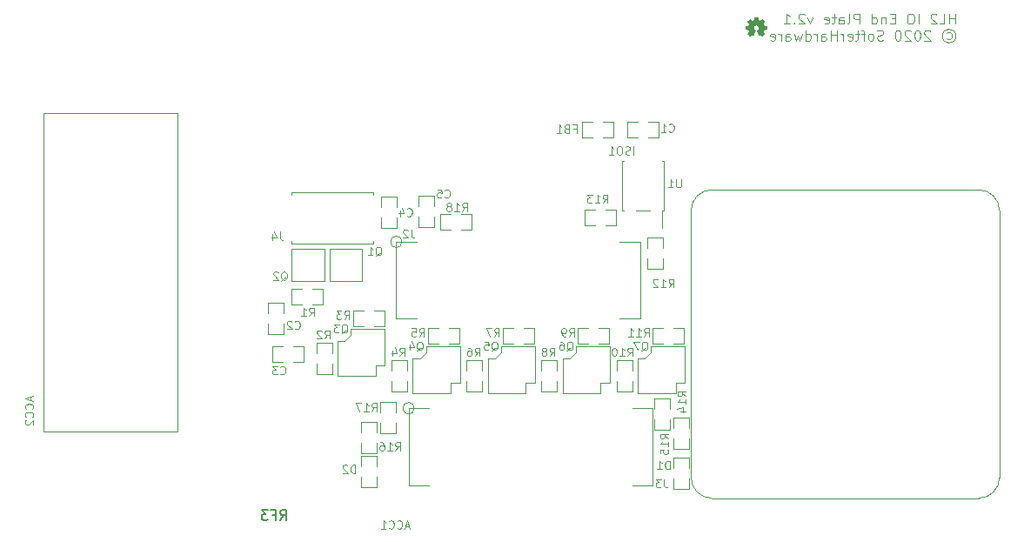
<source format=gbo>
G04 #@! TF.GenerationSoftware,KiCad,Pcbnew,5.1.5-52549c5~84~ubuntu18.04.1*
G04 #@! TF.CreationDate,2020-03-18T22:38:39-07:00*
G04 #@! TF.ProjectId,endcap,656e6463-6170-42e6-9b69-6361645f7063,2.1*
G04 #@! TF.SameCoordinates,PX2faf080PY2faf080*
G04 #@! TF.FileFunction,Legend,Bot*
G04 #@! TF.FilePolarity,Positive*
%FSLAX46Y46*%
G04 Gerber Fmt 4.6, Leading zero omitted, Abs format (unit mm)*
G04 Created by KiCad (PCBNEW 5.1.5-52549c5~84~ubuntu18.04.1) date 2020-03-18 22:38:39*
%MOMM*%
%LPD*%
G04 APERTURE LIST*
%ADD10C,0.120000*%
%ADD11C,0.100000*%
%ADD12C,0.002540*%
%ADD13C,0.150000*%
G04 APERTURE END LIST*
D10*
X95683904Y-3342380D02*
X95683904Y-2342380D01*
X95683904Y-2818571D02*
X95112476Y-2818571D01*
X95112476Y-3342380D02*
X95112476Y-2342380D01*
X94160095Y-3342380D02*
X94636285Y-3342380D01*
X94636285Y-2342380D01*
X93874380Y-2437619D02*
X93826761Y-2390000D01*
X93731523Y-2342380D01*
X93493428Y-2342380D01*
X93398190Y-2390000D01*
X93350571Y-2437619D01*
X93302952Y-2532857D01*
X93302952Y-2628095D01*
X93350571Y-2770952D01*
X93922000Y-3342380D01*
X93302952Y-3342380D01*
X92112476Y-3342380D02*
X92112476Y-2342380D01*
X91445809Y-2342380D02*
X91255333Y-2342380D01*
X91160095Y-2390000D01*
X91064857Y-2485238D01*
X91017238Y-2675714D01*
X91017238Y-3009047D01*
X91064857Y-3199523D01*
X91160095Y-3294761D01*
X91255333Y-3342380D01*
X91445809Y-3342380D01*
X91541047Y-3294761D01*
X91636285Y-3199523D01*
X91683904Y-3009047D01*
X91683904Y-2675714D01*
X91636285Y-2485238D01*
X91541047Y-2390000D01*
X91445809Y-2342380D01*
X89826761Y-2818571D02*
X89493428Y-2818571D01*
X89350571Y-3342380D02*
X89826761Y-3342380D01*
X89826761Y-2342380D01*
X89350571Y-2342380D01*
X88922000Y-2675714D02*
X88922000Y-3342380D01*
X88922000Y-2770952D02*
X88874380Y-2723333D01*
X88779142Y-2675714D01*
X88636285Y-2675714D01*
X88541047Y-2723333D01*
X88493428Y-2818571D01*
X88493428Y-3342380D01*
X87588666Y-3342380D02*
X87588666Y-2342380D01*
X87588666Y-3294761D02*
X87683904Y-3342380D01*
X87874380Y-3342380D01*
X87969619Y-3294761D01*
X88017238Y-3247142D01*
X88064857Y-3151904D01*
X88064857Y-2866190D01*
X88017238Y-2770952D01*
X87969619Y-2723333D01*
X87874380Y-2675714D01*
X87683904Y-2675714D01*
X87588666Y-2723333D01*
X86350571Y-3342380D02*
X86350571Y-2342380D01*
X85969619Y-2342380D01*
X85874380Y-2390000D01*
X85826761Y-2437619D01*
X85779142Y-2532857D01*
X85779142Y-2675714D01*
X85826761Y-2770952D01*
X85874380Y-2818571D01*
X85969619Y-2866190D01*
X86350571Y-2866190D01*
X85207714Y-3342380D02*
X85302952Y-3294761D01*
X85350571Y-3199523D01*
X85350571Y-2342380D01*
X84398190Y-3342380D02*
X84398190Y-2818571D01*
X84445809Y-2723333D01*
X84541047Y-2675714D01*
X84731523Y-2675714D01*
X84826761Y-2723333D01*
X84398190Y-3294761D02*
X84493428Y-3342380D01*
X84731523Y-3342380D01*
X84826761Y-3294761D01*
X84874380Y-3199523D01*
X84874380Y-3104285D01*
X84826761Y-3009047D01*
X84731523Y-2961428D01*
X84493428Y-2961428D01*
X84398190Y-2913809D01*
X84064857Y-2675714D02*
X83683904Y-2675714D01*
X83922000Y-2342380D02*
X83922000Y-3199523D01*
X83874380Y-3294761D01*
X83779142Y-3342380D01*
X83683904Y-3342380D01*
X82969619Y-3294761D02*
X83064857Y-3342380D01*
X83255333Y-3342380D01*
X83350571Y-3294761D01*
X83398190Y-3199523D01*
X83398190Y-2818571D01*
X83350571Y-2723333D01*
X83255333Y-2675714D01*
X83064857Y-2675714D01*
X82969619Y-2723333D01*
X82922000Y-2818571D01*
X82922000Y-2913809D01*
X83398190Y-3009047D01*
X81826761Y-2675714D02*
X81588666Y-3342380D01*
X81350571Y-2675714D01*
X81017238Y-2437619D02*
X80969619Y-2390000D01*
X80874380Y-2342380D01*
X80636285Y-2342380D01*
X80541047Y-2390000D01*
X80493428Y-2437619D01*
X80445809Y-2532857D01*
X80445809Y-2628095D01*
X80493428Y-2770952D01*
X81064857Y-3342380D01*
X80445809Y-3342380D01*
X80017238Y-3247142D02*
X79969619Y-3294761D01*
X80017238Y-3342380D01*
X80064857Y-3294761D01*
X80017238Y-3247142D01*
X80017238Y-3342380D01*
X79017238Y-3342380D02*
X79588666Y-3342380D01*
X79302952Y-3342380D02*
X79302952Y-2342380D01*
X79398190Y-2485238D01*
X79493428Y-2580476D01*
X79588666Y-2628095D01*
X94874380Y-4200476D02*
X94969619Y-4152857D01*
X95160095Y-4152857D01*
X95255333Y-4200476D01*
X95350571Y-4295714D01*
X95398190Y-4390952D01*
X95398190Y-4581428D01*
X95350571Y-4676666D01*
X95255333Y-4771904D01*
X95160095Y-4819523D01*
X94969619Y-4819523D01*
X94874380Y-4771904D01*
X95064857Y-3819523D02*
X95302952Y-3867142D01*
X95541047Y-4010000D01*
X95683904Y-4248095D01*
X95731523Y-4486190D01*
X95683904Y-4724285D01*
X95541047Y-4962380D01*
X95302952Y-5105238D01*
X95064857Y-5152857D01*
X94826761Y-5105238D01*
X94588666Y-4962380D01*
X94445809Y-4724285D01*
X94398190Y-4486190D01*
X94445809Y-4248095D01*
X94588666Y-4010000D01*
X94826761Y-3867142D01*
X95064857Y-3819523D01*
X93255333Y-4057619D02*
X93207714Y-4010000D01*
X93112476Y-3962380D01*
X92874380Y-3962380D01*
X92779142Y-4010000D01*
X92731523Y-4057619D01*
X92683904Y-4152857D01*
X92683904Y-4248095D01*
X92731523Y-4390952D01*
X93302952Y-4962380D01*
X92683904Y-4962380D01*
X92064857Y-3962380D02*
X91969619Y-3962380D01*
X91874380Y-4010000D01*
X91826761Y-4057619D01*
X91779142Y-4152857D01*
X91731523Y-4343333D01*
X91731523Y-4581428D01*
X91779142Y-4771904D01*
X91826761Y-4867142D01*
X91874380Y-4914761D01*
X91969619Y-4962380D01*
X92064857Y-4962380D01*
X92160095Y-4914761D01*
X92207714Y-4867142D01*
X92255333Y-4771904D01*
X92302952Y-4581428D01*
X92302952Y-4343333D01*
X92255333Y-4152857D01*
X92207714Y-4057619D01*
X92160095Y-4010000D01*
X92064857Y-3962380D01*
X91350571Y-4057619D02*
X91302952Y-4010000D01*
X91207714Y-3962380D01*
X90969619Y-3962380D01*
X90874380Y-4010000D01*
X90826761Y-4057619D01*
X90779142Y-4152857D01*
X90779142Y-4248095D01*
X90826761Y-4390952D01*
X91398190Y-4962380D01*
X90779142Y-4962380D01*
X90160095Y-3962380D02*
X90064857Y-3962380D01*
X89969619Y-4010000D01*
X89922000Y-4057619D01*
X89874380Y-4152857D01*
X89826761Y-4343333D01*
X89826761Y-4581428D01*
X89874380Y-4771904D01*
X89922000Y-4867142D01*
X89969619Y-4914761D01*
X90064857Y-4962380D01*
X90160095Y-4962380D01*
X90255333Y-4914761D01*
X90302952Y-4867142D01*
X90350571Y-4771904D01*
X90398190Y-4581428D01*
X90398190Y-4343333D01*
X90350571Y-4152857D01*
X90302952Y-4057619D01*
X90255333Y-4010000D01*
X90160095Y-3962380D01*
X88683904Y-4914761D02*
X88541047Y-4962380D01*
X88302952Y-4962380D01*
X88207714Y-4914761D01*
X88160095Y-4867142D01*
X88112476Y-4771904D01*
X88112476Y-4676666D01*
X88160095Y-4581428D01*
X88207714Y-4533809D01*
X88302952Y-4486190D01*
X88493428Y-4438571D01*
X88588666Y-4390952D01*
X88636285Y-4343333D01*
X88683904Y-4248095D01*
X88683904Y-4152857D01*
X88636285Y-4057619D01*
X88588666Y-4010000D01*
X88493428Y-3962380D01*
X88255333Y-3962380D01*
X88112476Y-4010000D01*
X87541047Y-4962380D02*
X87636285Y-4914761D01*
X87683904Y-4867142D01*
X87731523Y-4771904D01*
X87731523Y-4486190D01*
X87683904Y-4390952D01*
X87636285Y-4343333D01*
X87541047Y-4295714D01*
X87398190Y-4295714D01*
X87302952Y-4343333D01*
X87255333Y-4390952D01*
X87207714Y-4486190D01*
X87207714Y-4771904D01*
X87255333Y-4867142D01*
X87302952Y-4914761D01*
X87398190Y-4962380D01*
X87541047Y-4962380D01*
X86922000Y-4295714D02*
X86541047Y-4295714D01*
X86779142Y-4962380D02*
X86779142Y-4105238D01*
X86731523Y-4010000D01*
X86636285Y-3962380D01*
X86541047Y-3962380D01*
X86350571Y-4295714D02*
X85969619Y-4295714D01*
X86207714Y-3962380D02*
X86207714Y-4819523D01*
X86160095Y-4914761D01*
X86064857Y-4962380D01*
X85969619Y-4962380D01*
X85255333Y-4914761D02*
X85350571Y-4962380D01*
X85541047Y-4962380D01*
X85636285Y-4914761D01*
X85683904Y-4819523D01*
X85683904Y-4438571D01*
X85636285Y-4343333D01*
X85541047Y-4295714D01*
X85350571Y-4295714D01*
X85255333Y-4343333D01*
X85207714Y-4438571D01*
X85207714Y-4533809D01*
X85683904Y-4629047D01*
X84779142Y-4962380D02*
X84779142Y-4295714D01*
X84779142Y-4486190D02*
X84731523Y-4390952D01*
X84683904Y-4343333D01*
X84588666Y-4295714D01*
X84493428Y-4295714D01*
X84160095Y-4962380D02*
X84160095Y-3962380D01*
X84160095Y-4438571D02*
X83588666Y-4438571D01*
X83588666Y-4962380D02*
X83588666Y-3962380D01*
X82683904Y-4962380D02*
X82683904Y-4438571D01*
X82731523Y-4343333D01*
X82826761Y-4295714D01*
X83017238Y-4295714D01*
X83112476Y-4343333D01*
X82683904Y-4914761D02*
X82779142Y-4962380D01*
X83017238Y-4962380D01*
X83112476Y-4914761D01*
X83160095Y-4819523D01*
X83160095Y-4724285D01*
X83112476Y-4629047D01*
X83017238Y-4581428D01*
X82779142Y-4581428D01*
X82683904Y-4533809D01*
X82207714Y-4962380D02*
X82207714Y-4295714D01*
X82207714Y-4486190D02*
X82160095Y-4390952D01*
X82112476Y-4343333D01*
X82017238Y-4295714D01*
X81922000Y-4295714D01*
X81160095Y-4962380D02*
X81160095Y-3962380D01*
X81160095Y-4914761D02*
X81255333Y-4962380D01*
X81445809Y-4962380D01*
X81541047Y-4914761D01*
X81588666Y-4867142D01*
X81636285Y-4771904D01*
X81636285Y-4486190D01*
X81588666Y-4390952D01*
X81541047Y-4343333D01*
X81445809Y-4295714D01*
X81255333Y-4295714D01*
X81160095Y-4343333D01*
X80779142Y-4295714D02*
X80588666Y-4962380D01*
X80398190Y-4486190D01*
X80207714Y-4962380D01*
X80017238Y-4295714D01*
X79207714Y-4962380D02*
X79207714Y-4438571D01*
X79255333Y-4343333D01*
X79350571Y-4295714D01*
X79541047Y-4295714D01*
X79636285Y-4343333D01*
X79207714Y-4914761D02*
X79302952Y-4962380D01*
X79541047Y-4962380D01*
X79636285Y-4914761D01*
X79683904Y-4819523D01*
X79683904Y-4724285D01*
X79636285Y-4629047D01*
X79541047Y-4581428D01*
X79302952Y-4581428D01*
X79207714Y-4533809D01*
X78731523Y-4962380D02*
X78731523Y-4295714D01*
X78731523Y-4486190D02*
X78683904Y-4390952D01*
X78636285Y-4343333D01*
X78541047Y-4295714D01*
X78445809Y-4295714D01*
X77731523Y-4914761D02*
X77826761Y-4962380D01*
X78017238Y-4962380D01*
X78112476Y-4914761D01*
X78160095Y-4819523D01*
X78160095Y-4438571D01*
X78112476Y-4343333D01*
X78017238Y-4295714D01*
X77826761Y-4295714D01*
X77731523Y-4343333D01*
X77683904Y-4438571D01*
X77683904Y-4533809D01*
X78160095Y-4629047D01*
D11*
X60392000Y-12838000D02*
X59376000Y-12838000D01*
X59376000Y-12838000D02*
X59376000Y-14362000D01*
X59376000Y-14362000D02*
X60392000Y-14362000D01*
X61408000Y-14362000D02*
X62424000Y-14362000D01*
X62424000Y-14362000D02*
X62424000Y-12838000D01*
X62424000Y-12838000D02*
X61408000Y-12838000D01*
X20000000Y-43000000D02*
X20000000Y-12000000D01*
X20000000Y-12000000D02*
X7000000Y-12000000D01*
X7000000Y-12000000D02*
X7000000Y-43000000D01*
X7000000Y-43000000D02*
X20000000Y-43000000D01*
X41859017Y-24550000D02*
G75*
G03X41859017Y-24550000I-559017J0D01*
G01*
X65050000Y-32050000D02*
X63050000Y-32050000D01*
X65050000Y-24550000D02*
X65050000Y-32050000D01*
X63050000Y-24550000D02*
X65050000Y-24550000D01*
X41300000Y-32050000D02*
X43300000Y-32050000D01*
X41300000Y-24550000D02*
X41300000Y-32050000D01*
X43300000Y-24550000D02*
X41300000Y-24550000D01*
X43059017Y-40750000D02*
G75*
G03X43059017Y-40750000I-559017J0D01*
G01*
X66250000Y-48250000D02*
X64250000Y-48250000D01*
X66250000Y-40750000D02*
X66250000Y-48250000D01*
X64250000Y-40750000D02*
X66250000Y-40750000D01*
X42500000Y-48250000D02*
X44500000Y-48250000D01*
X42500000Y-40750000D02*
X42500000Y-48250000D01*
X44500000Y-40750000D02*
X42500000Y-40750000D01*
X36300000Y-34200000D02*
X35600000Y-34200000D01*
X36900000Y-33600000D02*
X36300000Y-34200000D01*
X36900000Y-33000000D02*
X36900000Y-33600000D01*
X40200000Y-33000000D02*
X36900000Y-33000000D01*
X40200000Y-36600000D02*
X40200000Y-33000000D01*
X39300000Y-36600000D02*
X40200000Y-36600000D01*
X39300000Y-37600000D02*
X39300000Y-36600000D01*
X35600000Y-37600000D02*
X39300000Y-37600000D01*
X35600000Y-34200000D02*
X35600000Y-37600000D01*
X42900000Y-35900000D02*
X42900000Y-39300000D01*
X42900000Y-39300000D02*
X46600000Y-39300000D01*
X46600000Y-39300000D02*
X46600000Y-38300000D01*
X46600000Y-38300000D02*
X47500000Y-38300000D01*
X47500000Y-38300000D02*
X47500000Y-34700000D01*
X47500000Y-34700000D02*
X44200000Y-34700000D01*
X44200000Y-34700000D02*
X44200000Y-35300000D01*
X44200000Y-35300000D02*
X43600000Y-35900000D01*
X43600000Y-35900000D02*
X42900000Y-35900000D01*
X50200000Y-35900000D02*
X50200000Y-39300000D01*
X50200000Y-39300000D02*
X53900000Y-39300000D01*
X53900000Y-39300000D02*
X53900000Y-38300000D01*
X53900000Y-38300000D02*
X54800000Y-38300000D01*
X54800000Y-38300000D02*
X54800000Y-34700000D01*
X54800000Y-34700000D02*
X51500000Y-34700000D01*
X51500000Y-34700000D02*
X51500000Y-35300000D01*
X51500000Y-35300000D02*
X50900000Y-35900000D01*
X50900000Y-35900000D02*
X50200000Y-35900000D01*
X58200000Y-35900000D02*
X57500000Y-35900000D01*
X58800000Y-35300000D02*
X58200000Y-35900000D01*
X58800000Y-34700000D02*
X58800000Y-35300000D01*
X62100000Y-34700000D02*
X58800000Y-34700000D01*
X62100000Y-38300000D02*
X62100000Y-34700000D01*
X61200000Y-38300000D02*
X62100000Y-38300000D01*
X61200000Y-39300000D02*
X61200000Y-38300000D01*
X57500000Y-39300000D02*
X61200000Y-39300000D01*
X57500000Y-35900000D02*
X57500000Y-39300000D01*
X64800000Y-35900000D02*
X64800000Y-39300000D01*
X64800000Y-39300000D02*
X68500000Y-39300000D01*
X68500000Y-39300000D02*
X68500000Y-38300000D01*
X68500000Y-38300000D02*
X69400000Y-38300000D01*
X69400000Y-38300000D02*
X69400000Y-34700000D01*
X69400000Y-34700000D02*
X66100000Y-34700000D01*
X66100000Y-34700000D02*
X66100000Y-35300000D01*
X66100000Y-35300000D02*
X65500000Y-35900000D01*
X65500000Y-35900000D02*
X64800000Y-35900000D01*
X33538000Y-36408000D02*
X33538000Y-37424000D01*
X33538000Y-37424000D02*
X35062000Y-37424000D01*
X35062000Y-37424000D02*
X35062000Y-36408000D01*
X35062000Y-35392000D02*
X35062000Y-34376000D01*
X35062000Y-34376000D02*
X33538000Y-34376000D01*
X33538000Y-34376000D02*
X33538000Y-35392000D01*
X40124000Y-31238000D02*
X39108000Y-31238000D01*
X40124000Y-32762000D02*
X40124000Y-31238000D01*
X39108000Y-32762000D02*
X40124000Y-32762000D01*
X37076000Y-32762000D02*
X38092000Y-32762000D01*
X37076000Y-31238000D02*
X37076000Y-32762000D01*
X38092000Y-31238000D02*
X37076000Y-31238000D01*
X40838000Y-38108000D02*
X40838000Y-39124000D01*
X40838000Y-39124000D02*
X42362000Y-39124000D01*
X42362000Y-39124000D02*
X42362000Y-38108000D01*
X42362000Y-37092000D02*
X42362000Y-36076000D01*
X42362000Y-36076000D02*
X40838000Y-36076000D01*
X40838000Y-36076000D02*
X40838000Y-37092000D01*
X47424000Y-32938000D02*
X46408000Y-32938000D01*
X47424000Y-34462000D02*
X47424000Y-32938000D01*
X46408000Y-34462000D02*
X47424000Y-34462000D01*
X44376000Y-34462000D02*
X45392000Y-34462000D01*
X44376000Y-32938000D02*
X44376000Y-34462000D01*
X45392000Y-32938000D02*
X44376000Y-32938000D01*
X48138000Y-38108000D02*
X48138000Y-39124000D01*
X48138000Y-39124000D02*
X49662000Y-39124000D01*
X49662000Y-39124000D02*
X49662000Y-38108000D01*
X49662000Y-37092000D02*
X49662000Y-36076000D01*
X49662000Y-36076000D02*
X48138000Y-36076000D01*
X48138000Y-36076000D02*
X48138000Y-37092000D01*
X54724000Y-32938000D02*
X53708000Y-32938000D01*
X54724000Y-34462000D02*
X54724000Y-32938000D01*
X53708000Y-34462000D02*
X54724000Y-34462000D01*
X51676000Y-34462000D02*
X52692000Y-34462000D01*
X51676000Y-32938000D02*
X51676000Y-34462000D01*
X52692000Y-32938000D02*
X51676000Y-32938000D01*
X55438000Y-38108000D02*
X55438000Y-39124000D01*
X55438000Y-39124000D02*
X56962000Y-39124000D01*
X56962000Y-39124000D02*
X56962000Y-38108000D01*
X56962000Y-37092000D02*
X56962000Y-36076000D01*
X56962000Y-36076000D02*
X55438000Y-36076000D01*
X55438000Y-36076000D02*
X55438000Y-37092000D01*
X62024000Y-32938000D02*
X61008000Y-32938000D01*
X62024000Y-34462000D02*
X62024000Y-32938000D01*
X61008000Y-34462000D02*
X62024000Y-34462000D01*
X58976000Y-34462000D02*
X59992000Y-34462000D01*
X58976000Y-32938000D02*
X58976000Y-34462000D01*
X59992000Y-32938000D02*
X58976000Y-32938000D01*
X62738000Y-38108000D02*
X62738000Y-39124000D01*
X62738000Y-39124000D02*
X64262000Y-39124000D01*
X64262000Y-39124000D02*
X64262000Y-38108000D01*
X64262000Y-37092000D02*
X64262000Y-36076000D01*
X64262000Y-36076000D02*
X62738000Y-36076000D01*
X62738000Y-36076000D02*
X62738000Y-37092000D01*
X69324000Y-32938000D02*
X68308000Y-32938000D01*
X69324000Y-34462000D02*
X69324000Y-32938000D01*
X68308000Y-34462000D02*
X69324000Y-34462000D01*
X66276000Y-34462000D02*
X67292000Y-34462000D01*
X66276000Y-32938000D02*
X66276000Y-34462000D01*
X67292000Y-32938000D02*
X66276000Y-32938000D01*
X65808000Y-14362000D02*
X66824000Y-14362000D01*
X66824000Y-14362000D02*
X66824000Y-12838000D01*
X66824000Y-12838000D02*
X65808000Y-12838000D01*
X64792000Y-12838000D02*
X63776000Y-12838000D01*
X63776000Y-12838000D02*
X63776000Y-14362000D01*
X63776000Y-14362000D02*
X64792000Y-14362000D01*
X31308000Y-36262000D02*
X32324000Y-36262000D01*
X32324000Y-36262000D02*
X32324000Y-34738000D01*
X32324000Y-34738000D02*
X31308000Y-34738000D01*
X30292000Y-34738000D02*
X29276000Y-34738000D01*
X29276000Y-34738000D02*
X29276000Y-36262000D01*
X29276000Y-36262000D02*
X30292000Y-36262000D01*
X67262000Y-25192000D02*
X67262000Y-24176000D01*
X67262000Y-24176000D02*
X65738000Y-24176000D01*
X65738000Y-24176000D02*
X65738000Y-25192000D01*
X65738000Y-26208000D02*
X65738000Y-27224000D01*
X65738000Y-27224000D02*
X67262000Y-27224000D01*
X67262000Y-27224000D02*
X67262000Y-26208000D01*
X59676000Y-22962000D02*
X60692000Y-22962000D01*
X59676000Y-21438000D02*
X59676000Y-22962000D01*
X60692000Y-21438000D02*
X59676000Y-21438000D01*
X62724000Y-21438000D02*
X61708000Y-21438000D01*
X62724000Y-22962000D02*
X62724000Y-21438000D01*
X61708000Y-22962000D02*
X62724000Y-22962000D01*
D10*
X67150000Y-21500000D02*
X67150000Y-23200000D01*
X64650000Y-21500000D02*
X65950000Y-21500000D01*
X63450000Y-16700000D02*
X63300000Y-16700000D01*
X63300000Y-16700000D02*
X63300000Y-21500000D01*
X63300000Y-21500000D02*
X63450000Y-21500000D01*
X67150000Y-21500000D02*
X67300000Y-21500000D01*
X67300000Y-21500000D02*
X67300000Y-16700000D01*
X67300000Y-16700000D02*
X67150000Y-16700000D01*
D11*
X70000000Y-47500000D02*
G75*
G03X72000000Y-49500000I2000000J0D01*
G01*
X72000000Y-19500000D02*
G75*
G03X70000000Y-21500000I0J-2000000D01*
G01*
X100000000Y-21500000D02*
G75*
G03X98000000Y-19500000I-2000000J0D01*
G01*
X98000000Y-49500000D02*
G75*
G03X100000000Y-47500000I0J2000000D01*
G01*
X98000000Y-49500000D02*
X72000000Y-49500000D01*
X100000000Y-21500000D02*
X100000000Y-47500000D01*
X72000000Y-19500000D02*
X98000000Y-19500000D01*
X70000000Y-47500000D02*
X70000000Y-21500000D01*
X28838000Y-32508000D02*
X28838000Y-33524000D01*
X28838000Y-33524000D02*
X30362000Y-33524000D01*
X30362000Y-33524000D02*
X30362000Y-32508000D01*
X30362000Y-31492000D02*
X30362000Y-30476000D01*
X30362000Y-30476000D02*
X28838000Y-30476000D01*
X28838000Y-30476000D02*
X28838000Y-31492000D01*
X31100000Y-24500000D02*
X31100000Y-24750000D01*
X31100000Y-24750000D02*
X39100000Y-24750000D01*
X39100000Y-24750000D02*
X39100000Y-24500000D01*
X31100000Y-20000000D02*
X31100000Y-19750000D01*
X31100000Y-19750000D02*
X39100000Y-19750000D01*
X39100000Y-19750000D02*
X39100000Y-20000000D01*
X34800000Y-28400000D02*
X34800000Y-25200000D01*
X34800000Y-25200000D02*
X38000000Y-25200000D01*
X38000000Y-25200000D02*
X38000000Y-28400000D01*
X38000000Y-28400000D02*
X34800000Y-28400000D01*
X31100000Y-28400000D02*
X31100000Y-25200000D01*
X34300000Y-28400000D02*
X31100000Y-28400000D01*
X34300000Y-25200000D02*
X34300000Y-28400000D01*
X31100000Y-25200000D02*
X34300000Y-25200000D01*
X34124000Y-29138000D02*
X33108000Y-29138000D01*
X34124000Y-30662000D02*
X34124000Y-29138000D01*
X33108000Y-30662000D02*
X34124000Y-30662000D01*
X31076000Y-30662000D02*
X32092000Y-30662000D01*
X31076000Y-29138000D02*
X31076000Y-30662000D01*
X32092000Y-29138000D02*
X31076000Y-29138000D01*
X41362000Y-21192000D02*
X41362000Y-20176000D01*
X41362000Y-20176000D02*
X39838000Y-20176000D01*
X39838000Y-20176000D02*
X39838000Y-21192000D01*
X39838000Y-22208000D02*
X39838000Y-23224000D01*
X39838000Y-23224000D02*
X41362000Y-23224000D01*
X41362000Y-23224000D02*
X41362000Y-22208000D01*
X69762000Y-46592000D02*
X69762000Y-45576000D01*
X69762000Y-45576000D02*
X68238000Y-45576000D01*
X68238000Y-45576000D02*
X68238000Y-46592000D01*
X68238000Y-47608000D02*
X68238000Y-48624000D01*
X68238000Y-48624000D02*
X69762000Y-48624000D01*
X69762000Y-48624000D02*
X69762000Y-47608000D01*
X39362000Y-48424000D02*
X39362000Y-47408000D01*
X37838000Y-48424000D02*
X39362000Y-48424000D01*
X37838000Y-47408000D02*
X37838000Y-48424000D01*
X37838000Y-45376000D02*
X37838000Y-46392000D01*
X39362000Y-45376000D02*
X37838000Y-45376000D01*
X39362000Y-46392000D02*
X39362000Y-45376000D01*
X67962000Y-40792000D02*
X67962000Y-39776000D01*
X67962000Y-39776000D02*
X66438000Y-39776000D01*
X66438000Y-39776000D02*
X66438000Y-40792000D01*
X66438000Y-41808000D02*
X66438000Y-42824000D01*
X66438000Y-42824000D02*
X67962000Y-42824000D01*
X67962000Y-42824000D02*
X67962000Y-41808000D01*
X68238000Y-41676000D02*
X68238000Y-42692000D01*
X69762000Y-41676000D02*
X68238000Y-41676000D01*
X69762000Y-42692000D02*
X69762000Y-41676000D01*
X69762000Y-44724000D02*
X69762000Y-43708000D01*
X68238000Y-44724000D02*
X69762000Y-44724000D01*
X68238000Y-43708000D02*
X68238000Y-44724000D01*
X39362000Y-45124000D02*
X39362000Y-44108000D01*
X37838000Y-45124000D02*
X39362000Y-45124000D01*
X37838000Y-44108000D02*
X37838000Y-45124000D01*
X37838000Y-42076000D02*
X37838000Y-43092000D01*
X39362000Y-42076000D02*
X37838000Y-42076000D01*
X39362000Y-43092000D02*
X39362000Y-42076000D01*
X39738000Y-42208000D02*
X39738000Y-43224000D01*
X39738000Y-43224000D02*
X41262000Y-43224000D01*
X41262000Y-43224000D02*
X41262000Y-42208000D01*
X41262000Y-41192000D02*
X41262000Y-40176000D01*
X41262000Y-40176000D02*
X39738000Y-40176000D01*
X39738000Y-40176000D02*
X39738000Y-41192000D01*
D12*
G36*
X75695480Y-4496620D02*
G01*
X75705640Y-4491540D01*
X75728500Y-4476300D01*
X75761520Y-4455980D01*
X75802160Y-4428040D01*
X75840260Y-4402640D01*
X75873280Y-4379780D01*
X75896140Y-4364540D01*
X75906300Y-4359460D01*
X75911380Y-4362000D01*
X75929160Y-4372160D01*
X75957100Y-4384860D01*
X75972340Y-4392480D01*
X75997740Y-4405180D01*
X76010440Y-4407720D01*
X76012980Y-4402640D01*
X76023140Y-4384860D01*
X76035840Y-4351840D01*
X76056160Y-4308660D01*
X76076480Y-4257860D01*
X76099340Y-4201980D01*
X76122200Y-4146100D01*
X76145060Y-4092760D01*
X76165380Y-4044500D01*
X76180620Y-4006400D01*
X76190780Y-3978460D01*
X76195860Y-3968300D01*
X76193320Y-3965760D01*
X76180620Y-3953060D01*
X76160300Y-3937820D01*
X76112040Y-3897180D01*
X76066320Y-3838760D01*
X76035840Y-3772720D01*
X76028220Y-3699060D01*
X76035840Y-3633020D01*
X76061240Y-3569520D01*
X76106960Y-3508560D01*
X76162840Y-3465380D01*
X76228880Y-3437440D01*
X76300000Y-3429820D01*
X76368580Y-3437440D01*
X76434620Y-3462840D01*
X76495580Y-3508560D01*
X76518440Y-3536500D01*
X76554000Y-3597460D01*
X76574320Y-3658420D01*
X76574320Y-3673660D01*
X76571780Y-3744780D01*
X76551460Y-3813360D01*
X76515900Y-3871780D01*
X76462560Y-3922580D01*
X76457480Y-3927660D01*
X76432080Y-3945440D01*
X76416840Y-3955600D01*
X76404140Y-3965760D01*
X76493040Y-4181660D01*
X76508280Y-4217220D01*
X76533680Y-4275640D01*
X76554000Y-4326440D01*
X76571780Y-4367080D01*
X76584480Y-4392480D01*
X76589560Y-4405180D01*
X76597180Y-4405180D01*
X76612420Y-4400100D01*
X76642900Y-4384860D01*
X76663220Y-4374700D01*
X76686080Y-4364540D01*
X76696240Y-4359460D01*
X76706400Y-4364540D01*
X76726720Y-4379780D01*
X76759740Y-4400100D01*
X76797840Y-4425500D01*
X76833400Y-4450900D01*
X76868960Y-4473760D01*
X76891820Y-4489000D01*
X76904520Y-4496620D01*
X76907060Y-4496620D01*
X76917220Y-4489000D01*
X76937540Y-4473760D01*
X76965480Y-4445820D01*
X77006120Y-4405180D01*
X77013740Y-4400100D01*
X77046760Y-4364540D01*
X77074700Y-4334060D01*
X77095020Y-4313740D01*
X77100100Y-4306120D01*
X77095020Y-4293420D01*
X77079780Y-4268020D01*
X77056920Y-4235000D01*
X77028980Y-4194360D01*
X76957860Y-4090220D01*
X76998500Y-3993700D01*
X77008660Y-3963220D01*
X77023900Y-3927660D01*
X77036600Y-3902260D01*
X77041680Y-3889560D01*
X77051840Y-3887020D01*
X77079780Y-3879400D01*
X77117880Y-3871780D01*
X77163600Y-3864160D01*
X77209320Y-3854000D01*
X77247420Y-3846380D01*
X77277900Y-3841300D01*
X77290600Y-3838760D01*
X77293140Y-3836220D01*
X77295680Y-3831140D01*
X77298220Y-3818440D01*
X77298220Y-3793040D01*
X77298220Y-3754940D01*
X77298220Y-3699060D01*
X77298220Y-3693980D01*
X77298220Y-3640640D01*
X77298220Y-3600000D01*
X77295680Y-3574600D01*
X77293140Y-3564440D01*
X77280440Y-3559360D01*
X77252500Y-3554280D01*
X77214400Y-3546660D01*
X77166140Y-3536500D01*
X77163600Y-3536500D01*
X77115340Y-3528880D01*
X77077240Y-3518720D01*
X77049300Y-3513640D01*
X77036600Y-3508560D01*
X77034060Y-3506020D01*
X77023900Y-3488240D01*
X77011200Y-3457760D01*
X76995960Y-3422200D01*
X76980720Y-3386640D01*
X76965480Y-3351080D01*
X76957860Y-3328220D01*
X76955320Y-3315520D01*
X76962940Y-3305360D01*
X76978180Y-3279960D01*
X77001040Y-3246940D01*
X77028980Y-3206300D01*
X77031520Y-3201220D01*
X77059460Y-3163120D01*
X77079780Y-3127560D01*
X77095020Y-3104700D01*
X77100100Y-3094540D01*
X77100100Y-3092000D01*
X77092480Y-3081840D01*
X77072160Y-3058980D01*
X77041680Y-3028500D01*
X77006120Y-2992940D01*
X76995960Y-2982780D01*
X76957860Y-2944680D01*
X76929920Y-2919280D01*
X76912140Y-2906580D01*
X76904520Y-2901500D01*
X76904520Y-2904040D01*
X76891820Y-2909120D01*
X76866420Y-2926900D01*
X76833400Y-2949760D01*
X76792760Y-2977700D01*
X76790220Y-2980240D01*
X76749580Y-3005640D01*
X76716560Y-3028500D01*
X76693700Y-3043740D01*
X76683540Y-3051360D01*
X76681000Y-3051360D01*
X76665760Y-3046280D01*
X76635280Y-3036120D01*
X76602260Y-3023420D01*
X76564160Y-3008180D01*
X76531140Y-2992940D01*
X76505740Y-2982780D01*
X76493040Y-2975160D01*
X76487960Y-2959920D01*
X76482880Y-2929440D01*
X76472720Y-2888800D01*
X76465100Y-2840540D01*
X76462560Y-2832920D01*
X76454940Y-2784660D01*
X76447320Y-2746560D01*
X76439700Y-2718620D01*
X76437160Y-2705920D01*
X76432080Y-2705920D01*
X76406680Y-2703380D01*
X76371120Y-2703380D01*
X76327940Y-2703380D01*
X76284760Y-2703380D01*
X76241580Y-2703380D01*
X76203480Y-2705920D01*
X76178080Y-2705920D01*
X76165380Y-2708460D01*
X76165380Y-2711000D01*
X76160300Y-2723700D01*
X76155220Y-2754180D01*
X76145060Y-2794820D01*
X76137440Y-2845620D01*
X76134900Y-2853240D01*
X76127280Y-2901500D01*
X76117120Y-2939600D01*
X76112040Y-2967540D01*
X76109500Y-2977700D01*
X76104420Y-2980240D01*
X76086640Y-2987860D01*
X76053620Y-3000560D01*
X76012980Y-3018340D01*
X75921540Y-3053900D01*
X75809780Y-2977700D01*
X75799620Y-2970080D01*
X75758980Y-2942140D01*
X75725960Y-2921820D01*
X75703100Y-2906580D01*
X75692940Y-2901500D01*
X75682780Y-2911660D01*
X75659920Y-2931980D01*
X75629440Y-2962460D01*
X75593880Y-2995480D01*
X75568480Y-3023420D01*
X75538000Y-3053900D01*
X75517680Y-3074220D01*
X75507520Y-3089460D01*
X75502440Y-3097080D01*
X75504980Y-3102160D01*
X75510060Y-3114860D01*
X75527840Y-3137720D01*
X75550700Y-3173280D01*
X75578640Y-3211380D01*
X75601500Y-3246940D01*
X75624360Y-3282500D01*
X75639600Y-3310440D01*
X75647220Y-3323140D01*
X75644680Y-3328220D01*
X75637060Y-3351080D01*
X75624360Y-3384100D01*
X75606580Y-3424740D01*
X75568480Y-3513640D01*
X75510060Y-3523800D01*
X75474500Y-3531420D01*
X75423700Y-3539040D01*
X75377980Y-3549200D01*
X75304320Y-3564440D01*
X75301780Y-3831140D01*
X75311940Y-3836220D01*
X75324640Y-3841300D01*
X75350040Y-3846380D01*
X75390680Y-3854000D01*
X75436400Y-3861620D01*
X75474500Y-3869240D01*
X75515140Y-3876860D01*
X75543080Y-3881940D01*
X75555780Y-3884480D01*
X75558320Y-3889560D01*
X75568480Y-3909880D01*
X75583720Y-3940360D01*
X75598960Y-3975920D01*
X75614200Y-4014020D01*
X75626900Y-4049580D01*
X75637060Y-4074980D01*
X75642140Y-4090220D01*
X75637060Y-4100380D01*
X75621820Y-4123240D01*
X75598960Y-4156260D01*
X75573560Y-4194360D01*
X75545620Y-4235000D01*
X75522760Y-4268020D01*
X75507520Y-4293420D01*
X75499900Y-4303580D01*
X75504980Y-4311200D01*
X75520220Y-4328980D01*
X75548160Y-4359460D01*
X75593880Y-4405180D01*
X75601500Y-4410260D01*
X75634520Y-4445820D01*
X75665000Y-4471220D01*
X75685320Y-4491540D01*
X75695480Y-4496620D01*
G37*
X75695480Y-4496620D02*
X75705640Y-4491540D01*
X75728500Y-4476300D01*
X75761520Y-4455980D01*
X75802160Y-4428040D01*
X75840260Y-4402640D01*
X75873280Y-4379780D01*
X75896140Y-4364540D01*
X75906300Y-4359460D01*
X75911380Y-4362000D01*
X75929160Y-4372160D01*
X75957100Y-4384860D01*
X75972340Y-4392480D01*
X75997740Y-4405180D01*
X76010440Y-4407720D01*
X76012980Y-4402640D01*
X76023140Y-4384860D01*
X76035840Y-4351840D01*
X76056160Y-4308660D01*
X76076480Y-4257860D01*
X76099340Y-4201980D01*
X76122200Y-4146100D01*
X76145060Y-4092760D01*
X76165380Y-4044500D01*
X76180620Y-4006400D01*
X76190780Y-3978460D01*
X76195860Y-3968300D01*
X76193320Y-3965760D01*
X76180620Y-3953060D01*
X76160300Y-3937820D01*
X76112040Y-3897180D01*
X76066320Y-3838760D01*
X76035840Y-3772720D01*
X76028220Y-3699060D01*
X76035840Y-3633020D01*
X76061240Y-3569520D01*
X76106960Y-3508560D01*
X76162840Y-3465380D01*
X76228880Y-3437440D01*
X76300000Y-3429820D01*
X76368580Y-3437440D01*
X76434620Y-3462840D01*
X76495580Y-3508560D01*
X76518440Y-3536500D01*
X76554000Y-3597460D01*
X76574320Y-3658420D01*
X76574320Y-3673660D01*
X76571780Y-3744780D01*
X76551460Y-3813360D01*
X76515900Y-3871780D01*
X76462560Y-3922580D01*
X76457480Y-3927660D01*
X76432080Y-3945440D01*
X76416840Y-3955600D01*
X76404140Y-3965760D01*
X76493040Y-4181660D01*
X76508280Y-4217220D01*
X76533680Y-4275640D01*
X76554000Y-4326440D01*
X76571780Y-4367080D01*
X76584480Y-4392480D01*
X76589560Y-4405180D01*
X76597180Y-4405180D01*
X76612420Y-4400100D01*
X76642900Y-4384860D01*
X76663220Y-4374700D01*
X76686080Y-4364540D01*
X76696240Y-4359460D01*
X76706400Y-4364540D01*
X76726720Y-4379780D01*
X76759740Y-4400100D01*
X76797840Y-4425500D01*
X76833400Y-4450900D01*
X76868960Y-4473760D01*
X76891820Y-4489000D01*
X76904520Y-4496620D01*
X76907060Y-4496620D01*
X76917220Y-4489000D01*
X76937540Y-4473760D01*
X76965480Y-4445820D01*
X77006120Y-4405180D01*
X77013740Y-4400100D01*
X77046760Y-4364540D01*
X77074700Y-4334060D01*
X77095020Y-4313740D01*
X77100100Y-4306120D01*
X77095020Y-4293420D01*
X77079780Y-4268020D01*
X77056920Y-4235000D01*
X77028980Y-4194360D01*
X76957860Y-4090220D01*
X76998500Y-3993700D01*
X77008660Y-3963220D01*
X77023900Y-3927660D01*
X77036600Y-3902260D01*
X77041680Y-3889560D01*
X77051840Y-3887020D01*
X77079780Y-3879400D01*
X77117880Y-3871780D01*
X77163600Y-3864160D01*
X77209320Y-3854000D01*
X77247420Y-3846380D01*
X77277900Y-3841300D01*
X77290600Y-3838760D01*
X77293140Y-3836220D01*
X77295680Y-3831140D01*
X77298220Y-3818440D01*
X77298220Y-3793040D01*
X77298220Y-3754940D01*
X77298220Y-3699060D01*
X77298220Y-3693980D01*
X77298220Y-3640640D01*
X77298220Y-3600000D01*
X77295680Y-3574600D01*
X77293140Y-3564440D01*
X77280440Y-3559360D01*
X77252500Y-3554280D01*
X77214400Y-3546660D01*
X77166140Y-3536500D01*
X77163600Y-3536500D01*
X77115340Y-3528880D01*
X77077240Y-3518720D01*
X77049300Y-3513640D01*
X77036600Y-3508560D01*
X77034060Y-3506020D01*
X77023900Y-3488240D01*
X77011200Y-3457760D01*
X76995960Y-3422200D01*
X76980720Y-3386640D01*
X76965480Y-3351080D01*
X76957860Y-3328220D01*
X76955320Y-3315520D01*
X76962940Y-3305360D01*
X76978180Y-3279960D01*
X77001040Y-3246940D01*
X77028980Y-3206300D01*
X77031520Y-3201220D01*
X77059460Y-3163120D01*
X77079780Y-3127560D01*
X77095020Y-3104700D01*
X77100100Y-3094540D01*
X77100100Y-3092000D01*
X77092480Y-3081840D01*
X77072160Y-3058980D01*
X77041680Y-3028500D01*
X77006120Y-2992940D01*
X76995960Y-2982780D01*
X76957860Y-2944680D01*
X76929920Y-2919280D01*
X76912140Y-2906580D01*
X76904520Y-2901500D01*
X76904520Y-2904040D01*
X76891820Y-2909120D01*
X76866420Y-2926900D01*
X76833400Y-2949760D01*
X76792760Y-2977700D01*
X76790220Y-2980240D01*
X76749580Y-3005640D01*
X76716560Y-3028500D01*
X76693700Y-3043740D01*
X76683540Y-3051360D01*
X76681000Y-3051360D01*
X76665760Y-3046280D01*
X76635280Y-3036120D01*
X76602260Y-3023420D01*
X76564160Y-3008180D01*
X76531140Y-2992940D01*
X76505740Y-2982780D01*
X76493040Y-2975160D01*
X76487960Y-2959920D01*
X76482880Y-2929440D01*
X76472720Y-2888800D01*
X76465100Y-2840540D01*
X76462560Y-2832920D01*
X76454940Y-2784660D01*
X76447320Y-2746560D01*
X76439700Y-2718620D01*
X76437160Y-2705920D01*
X76432080Y-2705920D01*
X76406680Y-2703380D01*
X76371120Y-2703380D01*
X76327940Y-2703380D01*
X76284760Y-2703380D01*
X76241580Y-2703380D01*
X76203480Y-2705920D01*
X76178080Y-2705920D01*
X76165380Y-2708460D01*
X76165380Y-2711000D01*
X76160300Y-2723700D01*
X76155220Y-2754180D01*
X76145060Y-2794820D01*
X76137440Y-2845620D01*
X76134900Y-2853240D01*
X76127280Y-2901500D01*
X76117120Y-2939600D01*
X76112040Y-2967540D01*
X76109500Y-2977700D01*
X76104420Y-2980240D01*
X76086640Y-2987860D01*
X76053620Y-3000560D01*
X76012980Y-3018340D01*
X75921540Y-3053900D01*
X75809780Y-2977700D01*
X75799620Y-2970080D01*
X75758980Y-2942140D01*
X75725960Y-2921820D01*
X75703100Y-2906580D01*
X75692940Y-2901500D01*
X75682780Y-2911660D01*
X75659920Y-2931980D01*
X75629440Y-2962460D01*
X75593880Y-2995480D01*
X75568480Y-3023420D01*
X75538000Y-3053900D01*
X75517680Y-3074220D01*
X75507520Y-3089460D01*
X75502440Y-3097080D01*
X75504980Y-3102160D01*
X75510060Y-3114860D01*
X75527840Y-3137720D01*
X75550700Y-3173280D01*
X75578640Y-3211380D01*
X75601500Y-3246940D01*
X75624360Y-3282500D01*
X75639600Y-3310440D01*
X75647220Y-3323140D01*
X75644680Y-3328220D01*
X75637060Y-3351080D01*
X75624360Y-3384100D01*
X75606580Y-3424740D01*
X75568480Y-3513640D01*
X75510060Y-3523800D01*
X75474500Y-3531420D01*
X75423700Y-3539040D01*
X75377980Y-3549200D01*
X75304320Y-3564440D01*
X75301780Y-3831140D01*
X75311940Y-3836220D01*
X75324640Y-3841300D01*
X75350040Y-3846380D01*
X75390680Y-3854000D01*
X75436400Y-3861620D01*
X75474500Y-3869240D01*
X75515140Y-3876860D01*
X75543080Y-3881940D01*
X75555780Y-3884480D01*
X75558320Y-3889560D01*
X75568480Y-3909880D01*
X75583720Y-3940360D01*
X75598960Y-3975920D01*
X75614200Y-4014020D01*
X75626900Y-4049580D01*
X75637060Y-4074980D01*
X75642140Y-4090220D01*
X75637060Y-4100380D01*
X75621820Y-4123240D01*
X75598960Y-4156260D01*
X75573560Y-4194360D01*
X75545620Y-4235000D01*
X75522760Y-4268020D01*
X75507520Y-4293420D01*
X75499900Y-4303580D01*
X75504980Y-4311200D01*
X75520220Y-4328980D01*
X75548160Y-4359460D01*
X75593880Y-4405180D01*
X75601500Y-4410260D01*
X75634520Y-4445820D01*
X75665000Y-4471220D01*
X75685320Y-4491540D01*
X75695480Y-4496620D01*
D11*
X44962000Y-23124000D02*
X44962000Y-22108000D01*
X43438000Y-23124000D02*
X44962000Y-23124000D01*
X43438000Y-22108000D02*
X43438000Y-23124000D01*
X43438000Y-20076000D02*
X43438000Y-21092000D01*
X44962000Y-20076000D02*
X43438000Y-20076000D01*
X44962000Y-21092000D02*
X44962000Y-20076000D01*
X47608000Y-23362000D02*
X48624000Y-23362000D01*
X48624000Y-23362000D02*
X48624000Y-21838000D01*
X48624000Y-21838000D02*
X47608000Y-21838000D01*
X46592000Y-21838000D02*
X45576000Y-21838000D01*
X45576000Y-21838000D02*
X45576000Y-23362000D01*
X45576000Y-23362000D02*
X46592000Y-23362000D01*
D13*
X29995238Y-51652380D02*
X30328571Y-51176190D01*
X30566666Y-51652380D02*
X30566666Y-50652380D01*
X30185714Y-50652380D01*
X30090476Y-50700000D01*
X30042857Y-50747619D01*
X29995238Y-50842857D01*
X29995238Y-50985714D01*
X30042857Y-51080952D01*
X30090476Y-51128571D01*
X30185714Y-51176190D01*
X30566666Y-51176190D01*
X29233333Y-51128571D02*
X29566666Y-51128571D01*
X29566666Y-51652380D02*
X29566666Y-50652380D01*
X29090476Y-50652380D01*
X28804761Y-50652380D02*
X28185714Y-50652380D01*
X28519047Y-51033333D01*
X28376190Y-51033333D01*
X28280952Y-51080952D01*
X28233333Y-51128571D01*
X28185714Y-51223809D01*
X28185714Y-51461904D01*
X28233333Y-51557142D01*
X28280952Y-51604761D01*
X28376190Y-51652380D01*
X28661904Y-51652380D01*
X28757142Y-51604761D01*
X28804761Y-51557142D01*
D11*
X58566666Y-13542857D02*
X58833333Y-13542857D01*
X58833333Y-13961904D02*
X58833333Y-13161904D01*
X58452380Y-13161904D01*
X57880952Y-13542857D02*
X57766666Y-13580952D01*
X57728571Y-13619047D01*
X57690476Y-13695238D01*
X57690476Y-13809523D01*
X57728571Y-13885714D01*
X57766666Y-13923809D01*
X57842857Y-13961904D01*
X58147619Y-13961904D01*
X58147619Y-13161904D01*
X57880952Y-13161904D01*
X57804761Y-13200000D01*
X57766666Y-13238095D01*
X57728571Y-13314285D01*
X57728571Y-13390476D01*
X57766666Y-13466666D01*
X57804761Y-13504761D01*
X57880952Y-13542857D01*
X58147619Y-13542857D01*
X56928571Y-13961904D02*
X57385714Y-13961904D01*
X57157142Y-13961904D02*
X57157142Y-13161904D01*
X57233333Y-13276190D01*
X57309523Y-13352380D01*
X57385714Y-13390476D01*
X5733333Y-39628571D02*
X5733333Y-40009523D01*
X5961904Y-39552380D02*
X5161904Y-39819047D01*
X5961904Y-40085714D01*
X5885714Y-40809523D02*
X5923809Y-40771428D01*
X5961904Y-40657142D01*
X5961904Y-40580952D01*
X5923809Y-40466666D01*
X5847619Y-40390476D01*
X5771428Y-40352380D01*
X5619047Y-40314285D01*
X5504761Y-40314285D01*
X5352380Y-40352380D01*
X5276190Y-40390476D01*
X5200000Y-40466666D01*
X5161904Y-40580952D01*
X5161904Y-40657142D01*
X5200000Y-40771428D01*
X5238095Y-40809523D01*
X5885714Y-41609523D02*
X5923809Y-41571428D01*
X5961904Y-41457142D01*
X5961904Y-41380952D01*
X5923809Y-41266666D01*
X5847619Y-41190476D01*
X5771428Y-41152380D01*
X5619047Y-41114285D01*
X5504761Y-41114285D01*
X5352380Y-41152380D01*
X5276190Y-41190476D01*
X5200000Y-41266666D01*
X5161904Y-41380952D01*
X5161904Y-41457142D01*
X5200000Y-41571428D01*
X5238095Y-41609523D01*
X5238095Y-41914285D02*
X5200000Y-41952380D01*
X5161904Y-42028571D01*
X5161904Y-42219047D01*
X5200000Y-42295238D01*
X5238095Y-42333333D01*
X5314285Y-42371428D01*
X5390476Y-42371428D01*
X5504761Y-42333333D01*
X5961904Y-41876190D01*
X5961904Y-42371428D01*
X42571428Y-52233333D02*
X42190476Y-52233333D01*
X42647619Y-52461904D02*
X42380952Y-51661904D01*
X42114285Y-52461904D01*
X41390476Y-52385714D02*
X41428571Y-52423809D01*
X41542857Y-52461904D01*
X41619047Y-52461904D01*
X41733333Y-52423809D01*
X41809523Y-52347619D01*
X41847619Y-52271428D01*
X41885714Y-52119047D01*
X41885714Y-52004761D01*
X41847619Y-51852380D01*
X41809523Y-51776190D01*
X41733333Y-51700000D01*
X41619047Y-51661904D01*
X41542857Y-51661904D01*
X41428571Y-51700000D01*
X41390476Y-51738095D01*
X40590476Y-52385714D02*
X40628571Y-52423809D01*
X40742857Y-52461904D01*
X40819047Y-52461904D01*
X40933333Y-52423809D01*
X41009523Y-52347619D01*
X41047619Y-52271428D01*
X41085714Y-52119047D01*
X41085714Y-52004761D01*
X41047619Y-51852380D01*
X41009523Y-51776190D01*
X40933333Y-51700000D01*
X40819047Y-51661904D01*
X40742857Y-51661904D01*
X40628571Y-51700000D01*
X40590476Y-51738095D01*
X39828571Y-52461904D02*
X40285714Y-52461904D01*
X40057142Y-52461904D02*
X40057142Y-51661904D01*
X40133333Y-51776190D01*
X40209523Y-51852380D01*
X40285714Y-51890476D01*
X42766666Y-23361904D02*
X42766666Y-23933333D01*
X42804761Y-24047619D01*
X42880952Y-24123809D01*
X42995238Y-24161904D01*
X43071428Y-24161904D01*
X42423809Y-23438095D02*
X42385714Y-23400000D01*
X42309523Y-23361904D01*
X42119047Y-23361904D01*
X42042857Y-23400000D01*
X42004761Y-23438095D01*
X41966666Y-23514285D01*
X41966666Y-23590476D01*
X42004761Y-23704761D01*
X42461904Y-24161904D01*
X41966666Y-24161904D01*
X67366666Y-47661904D02*
X67366666Y-48233333D01*
X67404761Y-48347619D01*
X67480952Y-48423809D01*
X67595238Y-48461904D01*
X67671428Y-48461904D01*
X67061904Y-47661904D02*
X66566666Y-47661904D01*
X66833333Y-47966666D01*
X66719047Y-47966666D01*
X66642857Y-48004761D01*
X66604761Y-48042857D01*
X66566666Y-48119047D01*
X66566666Y-48309523D01*
X66604761Y-48385714D01*
X66642857Y-48423809D01*
X66719047Y-48461904D01*
X66947619Y-48461904D01*
X67023809Y-48423809D01*
X67061904Y-48385714D01*
X35976190Y-33438095D02*
X36052380Y-33400000D01*
X36128571Y-33323809D01*
X36242857Y-33209523D01*
X36319047Y-33171428D01*
X36395238Y-33171428D01*
X36357142Y-33361904D02*
X36433333Y-33323809D01*
X36509523Y-33247619D01*
X36547619Y-33095238D01*
X36547619Y-32828571D01*
X36509523Y-32676190D01*
X36433333Y-32600000D01*
X36357142Y-32561904D01*
X36204761Y-32561904D01*
X36128571Y-32600000D01*
X36052380Y-32676190D01*
X36014285Y-32828571D01*
X36014285Y-33095238D01*
X36052380Y-33247619D01*
X36128571Y-33323809D01*
X36204761Y-33361904D01*
X36357142Y-33361904D01*
X35747619Y-32561904D02*
X35252380Y-32561904D01*
X35519047Y-32866666D01*
X35404761Y-32866666D01*
X35328571Y-32904761D01*
X35290476Y-32942857D01*
X35252380Y-33019047D01*
X35252380Y-33209523D01*
X35290476Y-33285714D01*
X35328571Y-33323809D01*
X35404761Y-33361904D01*
X35633333Y-33361904D01*
X35709523Y-33323809D01*
X35747619Y-33285714D01*
X43276190Y-35138095D02*
X43352380Y-35100000D01*
X43428571Y-35023809D01*
X43542857Y-34909523D01*
X43619047Y-34871428D01*
X43695238Y-34871428D01*
X43657142Y-35061904D02*
X43733333Y-35023809D01*
X43809523Y-34947619D01*
X43847619Y-34795238D01*
X43847619Y-34528571D01*
X43809523Y-34376190D01*
X43733333Y-34300000D01*
X43657142Y-34261904D01*
X43504761Y-34261904D01*
X43428571Y-34300000D01*
X43352380Y-34376190D01*
X43314285Y-34528571D01*
X43314285Y-34795238D01*
X43352380Y-34947619D01*
X43428571Y-35023809D01*
X43504761Y-35061904D01*
X43657142Y-35061904D01*
X42628571Y-34528571D02*
X42628571Y-35061904D01*
X42819047Y-34223809D02*
X43009523Y-34795238D01*
X42514285Y-34795238D01*
X50576190Y-35138095D02*
X50652380Y-35100000D01*
X50728571Y-35023809D01*
X50842857Y-34909523D01*
X50919047Y-34871428D01*
X50995238Y-34871428D01*
X50957142Y-35061904D02*
X51033333Y-35023809D01*
X51109523Y-34947619D01*
X51147619Y-34795238D01*
X51147619Y-34528571D01*
X51109523Y-34376190D01*
X51033333Y-34300000D01*
X50957142Y-34261904D01*
X50804761Y-34261904D01*
X50728571Y-34300000D01*
X50652380Y-34376190D01*
X50614285Y-34528571D01*
X50614285Y-34795238D01*
X50652380Y-34947619D01*
X50728571Y-35023809D01*
X50804761Y-35061904D01*
X50957142Y-35061904D01*
X49890476Y-34261904D02*
X50271428Y-34261904D01*
X50309523Y-34642857D01*
X50271428Y-34604761D01*
X50195238Y-34566666D01*
X50004761Y-34566666D01*
X49928571Y-34604761D01*
X49890476Y-34642857D01*
X49852380Y-34719047D01*
X49852380Y-34909523D01*
X49890476Y-34985714D01*
X49928571Y-35023809D01*
X50004761Y-35061904D01*
X50195238Y-35061904D01*
X50271428Y-35023809D01*
X50309523Y-34985714D01*
X57876190Y-35138095D02*
X57952380Y-35100000D01*
X58028571Y-35023809D01*
X58142857Y-34909523D01*
X58219047Y-34871428D01*
X58295238Y-34871428D01*
X58257142Y-35061904D02*
X58333333Y-35023809D01*
X58409523Y-34947619D01*
X58447619Y-34795238D01*
X58447619Y-34528571D01*
X58409523Y-34376190D01*
X58333333Y-34300000D01*
X58257142Y-34261904D01*
X58104761Y-34261904D01*
X58028571Y-34300000D01*
X57952380Y-34376190D01*
X57914285Y-34528571D01*
X57914285Y-34795238D01*
X57952380Y-34947619D01*
X58028571Y-35023809D01*
X58104761Y-35061904D01*
X58257142Y-35061904D01*
X57228571Y-34261904D02*
X57380952Y-34261904D01*
X57457142Y-34300000D01*
X57495238Y-34338095D01*
X57571428Y-34452380D01*
X57609523Y-34604761D01*
X57609523Y-34909523D01*
X57571428Y-34985714D01*
X57533333Y-35023809D01*
X57457142Y-35061904D01*
X57304761Y-35061904D01*
X57228571Y-35023809D01*
X57190476Y-34985714D01*
X57152380Y-34909523D01*
X57152380Y-34719047D01*
X57190476Y-34642857D01*
X57228571Y-34604761D01*
X57304761Y-34566666D01*
X57457142Y-34566666D01*
X57533333Y-34604761D01*
X57571428Y-34642857D01*
X57609523Y-34719047D01*
X65176190Y-35138095D02*
X65252380Y-35100000D01*
X65328571Y-35023809D01*
X65442857Y-34909523D01*
X65519047Y-34871428D01*
X65595238Y-34871428D01*
X65557142Y-35061904D02*
X65633333Y-35023809D01*
X65709523Y-34947619D01*
X65747619Y-34795238D01*
X65747619Y-34528571D01*
X65709523Y-34376190D01*
X65633333Y-34300000D01*
X65557142Y-34261904D01*
X65404761Y-34261904D01*
X65328571Y-34300000D01*
X65252380Y-34376190D01*
X65214285Y-34528571D01*
X65214285Y-34795238D01*
X65252380Y-34947619D01*
X65328571Y-35023809D01*
X65404761Y-35061904D01*
X65557142Y-35061904D01*
X64947619Y-34261904D02*
X64414285Y-34261904D01*
X64757142Y-35061904D01*
X34333333Y-33961904D02*
X34600000Y-33580952D01*
X34790476Y-33961904D02*
X34790476Y-33161904D01*
X34485714Y-33161904D01*
X34409523Y-33200000D01*
X34371428Y-33238095D01*
X34333333Y-33314285D01*
X34333333Y-33428571D01*
X34371428Y-33504761D01*
X34409523Y-33542857D01*
X34485714Y-33580952D01*
X34790476Y-33580952D01*
X34028571Y-33238095D02*
X33990476Y-33200000D01*
X33914285Y-33161904D01*
X33723809Y-33161904D01*
X33647619Y-33200000D01*
X33609523Y-33238095D01*
X33571428Y-33314285D01*
X33571428Y-33390476D01*
X33609523Y-33504761D01*
X34066666Y-33961904D01*
X33571428Y-33961904D01*
X36233333Y-32061904D02*
X36500000Y-31680952D01*
X36690476Y-32061904D02*
X36690476Y-31261904D01*
X36385714Y-31261904D01*
X36309523Y-31300000D01*
X36271428Y-31338095D01*
X36233333Y-31414285D01*
X36233333Y-31528571D01*
X36271428Y-31604761D01*
X36309523Y-31642857D01*
X36385714Y-31680952D01*
X36690476Y-31680952D01*
X35966666Y-31261904D02*
X35471428Y-31261904D01*
X35738095Y-31566666D01*
X35623809Y-31566666D01*
X35547619Y-31604761D01*
X35509523Y-31642857D01*
X35471428Y-31719047D01*
X35471428Y-31909523D01*
X35509523Y-31985714D01*
X35547619Y-32023809D01*
X35623809Y-32061904D01*
X35852380Y-32061904D01*
X35928571Y-32023809D01*
X35966666Y-31985714D01*
X41633333Y-35661904D02*
X41900000Y-35280952D01*
X42090476Y-35661904D02*
X42090476Y-34861904D01*
X41785714Y-34861904D01*
X41709523Y-34900000D01*
X41671428Y-34938095D01*
X41633333Y-35014285D01*
X41633333Y-35128571D01*
X41671428Y-35204761D01*
X41709523Y-35242857D01*
X41785714Y-35280952D01*
X42090476Y-35280952D01*
X40947619Y-35128571D02*
X40947619Y-35661904D01*
X41138095Y-34823809D02*
X41328571Y-35395238D01*
X40833333Y-35395238D01*
X43533333Y-33761904D02*
X43800000Y-33380952D01*
X43990476Y-33761904D02*
X43990476Y-32961904D01*
X43685714Y-32961904D01*
X43609523Y-33000000D01*
X43571428Y-33038095D01*
X43533333Y-33114285D01*
X43533333Y-33228571D01*
X43571428Y-33304761D01*
X43609523Y-33342857D01*
X43685714Y-33380952D01*
X43990476Y-33380952D01*
X42809523Y-32961904D02*
X43190476Y-32961904D01*
X43228571Y-33342857D01*
X43190476Y-33304761D01*
X43114285Y-33266666D01*
X42923809Y-33266666D01*
X42847619Y-33304761D01*
X42809523Y-33342857D01*
X42771428Y-33419047D01*
X42771428Y-33609523D01*
X42809523Y-33685714D01*
X42847619Y-33723809D01*
X42923809Y-33761904D01*
X43114285Y-33761904D01*
X43190476Y-33723809D01*
X43228571Y-33685714D01*
X48933333Y-35661904D02*
X49200000Y-35280952D01*
X49390476Y-35661904D02*
X49390476Y-34861904D01*
X49085714Y-34861904D01*
X49009523Y-34900000D01*
X48971428Y-34938095D01*
X48933333Y-35014285D01*
X48933333Y-35128571D01*
X48971428Y-35204761D01*
X49009523Y-35242857D01*
X49085714Y-35280952D01*
X49390476Y-35280952D01*
X48247619Y-34861904D02*
X48400000Y-34861904D01*
X48476190Y-34900000D01*
X48514285Y-34938095D01*
X48590476Y-35052380D01*
X48628571Y-35204761D01*
X48628571Y-35509523D01*
X48590476Y-35585714D01*
X48552380Y-35623809D01*
X48476190Y-35661904D01*
X48323809Y-35661904D01*
X48247619Y-35623809D01*
X48209523Y-35585714D01*
X48171428Y-35509523D01*
X48171428Y-35319047D01*
X48209523Y-35242857D01*
X48247619Y-35204761D01*
X48323809Y-35166666D01*
X48476190Y-35166666D01*
X48552380Y-35204761D01*
X48590476Y-35242857D01*
X48628571Y-35319047D01*
X50833333Y-33761904D02*
X51100000Y-33380952D01*
X51290476Y-33761904D02*
X51290476Y-32961904D01*
X50985714Y-32961904D01*
X50909523Y-33000000D01*
X50871428Y-33038095D01*
X50833333Y-33114285D01*
X50833333Y-33228571D01*
X50871428Y-33304761D01*
X50909523Y-33342857D01*
X50985714Y-33380952D01*
X51290476Y-33380952D01*
X50566666Y-32961904D02*
X50033333Y-32961904D01*
X50376190Y-33761904D01*
X56233333Y-35661904D02*
X56500000Y-35280952D01*
X56690476Y-35661904D02*
X56690476Y-34861904D01*
X56385714Y-34861904D01*
X56309523Y-34900000D01*
X56271428Y-34938095D01*
X56233333Y-35014285D01*
X56233333Y-35128571D01*
X56271428Y-35204761D01*
X56309523Y-35242857D01*
X56385714Y-35280952D01*
X56690476Y-35280952D01*
X55776190Y-35204761D02*
X55852380Y-35166666D01*
X55890476Y-35128571D01*
X55928571Y-35052380D01*
X55928571Y-35014285D01*
X55890476Y-34938095D01*
X55852380Y-34900000D01*
X55776190Y-34861904D01*
X55623809Y-34861904D01*
X55547619Y-34900000D01*
X55509523Y-34938095D01*
X55471428Y-35014285D01*
X55471428Y-35052380D01*
X55509523Y-35128571D01*
X55547619Y-35166666D01*
X55623809Y-35204761D01*
X55776190Y-35204761D01*
X55852380Y-35242857D01*
X55890476Y-35280952D01*
X55928571Y-35357142D01*
X55928571Y-35509523D01*
X55890476Y-35585714D01*
X55852380Y-35623809D01*
X55776190Y-35661904D01*
X55623809Y-35661904D01*
X55547619Y-35623809D01*
X55509523Y-35585714D01*
X55471428Y-35509523D01*
X55471428Y-35357142D01*
X55509523Y-35280952D01*
X55547619Y-35242857D01*
X55623809Y-35204761D01*
X58133333Y-33761904D02*
X58400000Y-33380952D01*
X58590476Y-33761904D02*
X58590476Y-32961904D01*
X58285714Y-32961904D01*
X58209523Y-33000000D01*
X58171428Y-33038095D01*
X58133333Y-33114285D01*
X58133333Y-33228571D01*
X58171428Y-33304761D01*
X58209523Y-33342857D01*
X58285714Y-33380952D01*
X58590476Y-33380952D01*
X57752380Y-33761904D02*
X57600000Y-33761904D01*
X57523809Y-33723809D01*
X57485714Y-33685714D01*
X57409523Y-33571428D01*
X57371428Y-33419047D01*
X57371428Y-33114285D01*
X57409523Y-33038095D01*
X57447619Y-33000000D01*
X57523809Y-32961904D01*
X57676190Y-32961904D01*
X57752380Y-33000000D01*
X57790476Y-33038095D01*
X57828571Y-33114285D01*
X57828571Y-33304761D01*
X57790476Y-33380952D01*
X57752380Y-33419047D01*
X57676190Y-33457142D01*
X57523809Y-33457142D01*
X57447619Y-33419047D01*
X57409523Y-33380952D01*
X57371428Y-33304761D01*
X63814285Y-35661904D02*
X64080952Y-35280952D01*
X64271428Y-35661904D02*
X64271428Y-34861904D01*
X63966666Y-34861904D01*
X63890476Y-34900000D01*
X63852380Y-34938095D01*
X63814285Y-35014285D01*
X63814285Y-35128571D01*
X63852380Y-35204761D01*
X63890476Y-35242857D01*
X63966666Y-35280952D01*
X64271428Y-35280952D01*
X63052380Y-35661904D02*
X63509523Y-35661904D01*
X63280952Y-35661904D02*
X63280952Y-34861904D01*
X63357142Y-34976190D01*
X63433333Y-35052380D01*
X63509523Y-35090476D01*
X62557142Y-34861904D02*
X62480952Y-34861904D01*
X62404761Y-34900000D01*
X62366666Y-34938095D01*
X62328571Y-35014285D01*
X62290476Y-35166666D01*
X62290476Y-35357142D01*
X62328571Y-35509523D01*
X62366666Y-35585714D01*
X62404761Y-35623809D01*
X62480952Y-35661904D01*
X62557142Y-35661904D01*
X62633333Y-35623809D01*
X62671428Y-35585714D01*
X62709523Y-35509523D01*
X62747619Y-35357142D01*
X62747619Y-35166666D01*
X62709523Y-35014285D01*
X62671428Y-34938095D01*
X62633333Y-34900000D01*
X62557142Y-34861904D01*
X65414285Y-33761904D02*
X65680952Y-33380952D01*
X65871428Y-33761904D02*
X65871428Y-32961904D01*
X65566666Y-32961904D01*
X65490476Y-33000000D01*
X65452380Y-33038095D01*
X65414285Y-33114285D01*
X65414285Y-33228571D01*
X65452380Y-33304761D01*
X65490476Y-33342857D01*
X65566666Y-33380952D01*
X65871428Y-33380952D01*
X64652380Y-33761904D02*
X65109523Y-33761904D01*
X64880952Y-33761904D02*
X64880952Y-32961904D01*
X64957142Y-33076190D01*
X65033333Y-33152380D01*
X65109523Y-33190476D01*
X63890476Y-33761904D02*
X64347619Y-33761904D01*
X64119047Y-33761904D02*
X64119047Y-32961904D01*
X64195238Y-33076190D01*
X64271428Y-33152380D01*
X64347619Y-33190476D01*
X67833333Y-13785714D02*
X67871428Y-13823809D01*
X67985714Y-13861904D01*
X68061904Y-13861904D01*
X68176190Y-13823809D01*
X68252380Y-13747619D01*
X68290476Y-13671428D01*
X68328571Y-13519047D01*
X68328571Y-13404761D01*
X68290476Y-13252380D01*
X68252380Y-13176190D01*
X68176190Y-13100000D01*
X68061904Y-13061904D01*
X67985714Y-13061904D01*
X67871428Y-13100000D01*
X67833333Y-13138095D01*
X67071428Y-13861904D02*
X67528571Y-13861904D01*
X67300000Y-13861904D02*
X67300000Y-13061904D01*
X67376190Y-13176190D01*
X67452380Y-13252380D01*
X67528571Y-13290476D01*
X30033333Y-37385714D02*
X30071428Y-37423809D01*
X30185714Y-37461904D01*
X30261904Y-37461904D01*
X30376190Y-37423809D01*
X30452380Y-37347619D01*
X30490476Y-37271428D01*
X30528571Y-37119047D01*
X30528571Y-37004761D01*
X30490476Y-36852380D01*
X30452380Y-36776190D01*
X30376190Y-36700000D01*
X30261904Y-36661904D01*
X30185714Y-36661904D01*
X30071428Y-36700000D01*
X30033333Y-36738095D01*
X29766666Y-36661904D02*
X29271428Y-36661904D01*
X29538095Y-36966666D01*
X29423809Y-36966666D01*
X29347619Y-37004761D01*
X29309523Y-37042857D01*
X29271428Y-37119047D01*
X29271428Y-37309523D01*
X29309523Y-37385714D01*
X29347619Y-37423809D01*
X29423809Y-37461904D01*
X29652380Y-37461904D01*
X29728571Y-37423809D01*
X29766666Y-37385714D01*
X67814285Y-28961904D02*
X68080952Y-28580952D01*
X68271428Y-28961904D02*
X68271428Y-28161904D01*
X67966666Y-28161904D01*
X67890476Y-28200000D01*
X67852380Y-28238095D01*
X67814285Y-28314285D01*
X67814285Y-28428571D01*
X67852380Y-28504761D01*
X67890476Y-28542857D01*
X67966666Y-28580952D01*
X68271428Y-28580952D01*
X67052380Y-28961904D02*
X67509523Y-28961904D01*
X67280952Y-28961904D02*
X67280952Y-28161904D01*
X67357142Y-28276190D01*
X67433333Y-28352380D01*
X67509523Y-28390476D01*
X66747619Y-28238095D02*
X66709523Y-28200000D01*
X66633333Y-28161904D01*
X66442857Y-28161904D01*
X66366666Y-28200000D01*
X66328571Y-28238095D01*
X66290476Y-28314285D01*
X66290476Y-28390476D01*
X66328571Y-28504761D01*
X66785714Y-28961904D01*
X66290476Y-28961904D01*
X61414285Y-20761904D02*
X61680952Y-20380952D01*
X61871428Y-20761904D02*
X61871428Y-19961904D01*
X61566666Y-19961904D01*
X61490476Y-20000000D01*
X61452380Y-20038095D01*
X61414285Y-20114285D01*
X61414285Y-20228571D01*
X61452380Y-20304761D01*
X61490476Y-20342857D01*
X61566666Y-20380952D01*
X61871428Y-20380952D01*
X60652380Y-20761904D02*
X61109523Y-20761904D01*
X60880952Y-20761904D02*
X60880952Y-19961904D01*
X60957142Y-20076190D01*
X61033333Y-20152380D01*
X61109523Y-20190476D01*
X60385714Y-19961904D02*
X59890476Y-19961904D01*
X60157142Y-20266666D01*
X60042857Y-20266666D01*
X59966666Y-20304761D01*
X59928571Y-20342857D01*
X59890476Y-20419047D01*
X59890476Y-20609523D01*
X59928571Y-20685714D01*
X59966666Y-20723809D01*
X60042857Y-20761904D01*
X60271428Y-20761904D01*
X60347619Y-20723809D01*
X60385714Y-20685714D01*
X69009523Y-18461904D02*
X69009523Y-19109523D01*
X68971428Y-19185714D01*
X68933333Y-19223809D01*
X68857142Y-19261904D01*
X68704761Y-19261904D01*
X68628571Y-19223809D01*
X68590476Y-19185714D01*
X68552380Y-19109523D01*
X68552380Y-18461904D01*
X67752380Y-19261904D02*
X68209523Y-19261904D01*
X67980952Y-19261904D02*
X67980952Y-18461904D01*
X68057142Y-18576190D01*
X68133333Y-18652380D01*
X68209523Y-18690476D01*
X64400952Y-16061904D02*
X64400952Y-15261904D01*
X64058095Y-16023809D02*
X63943809Y-16061904D01*
X63753333Y-16061904D01*
X63677142Y-16023809D01*
X63639047Y-15985714D01*
X63600952Y-15909523D01*
X63600952Y-15833333D01*
X63639047Y-15757142D01*
X63677142Y-15719047D01*
X63753333Y-15680952D01*
X63905714Y-15642857D01*
X63981904Y-15604761D01*
X64020000Y-15566666D01*
X64058095Y-15490476D01*
X64058095Y-15414285D01*
X64020000Y-15338095D01*
X63981904Y-15300000D01*
X63905714Y-15261904D01*
X63715238Y-15261904D01*
X63600952Y-15300000D01*
X63105714Y-15261904D02*
X62953333Y-15261904D01*
X62877142Y-15300000D01*
X62800952Y-15376190D01*
X62762857Y-15528571D01*
X62762857Y-15795238D01*
X62800952Y-15947619D01*
X62877142Y-16023809D01*
X62953333Y-16061904D01*
X63105714Y-16061904D01*
X63181904Y-16023809D01*
X63258095Y-15947619D01*
X63296190Y-15795238D01*
X63296190Y-15528571D01*
X63258095Y-15376190D01*
X63181904Y-15300000D01*
X63105714Y-15261904D01*
X62000952Y-16061904D02*
X62458095Y-16061904D01*
X62229523Y-16061904D02*
X62229523Y-15261904D01*
X62305714Y-15376190D01*
X62381904Y-15452380D01*
X62458095Y-15490476D01*
X31433333Y-32985714D02*
X31471428Y-33023809D01*
X31585714Y-33061904D01*
X31661904Y-33061904D01*
X31776190Y-33023809D01*
X31852380Y-32947619D01*
X31890476Y-32871428D01*
X31928571Y-32719047D01*
X31928571Y-32604761D01*
X31890476Y-32452380D01*
X31852380Y-32376190D01*
X31776190Y-32300000D01*
X31661904Y-32261904D01*
X31585714Y-32261904D01*
X31471428Y-32300000D01*
X31433333Y-32338095D01*
X31128571Y-32338095D02*
X31090476Y-32300000D01*
X31014285Y-32261904D01*
X30823809Y-32261904D01*
X30747619Y-32300000D01*
X30709523Y-32338095D01*
X30671428Y-32414285D01*
X30671428Y-32490476D01*
X30709523Y-32604761D01*
X31166666Y-33061904D01*
X30671428Y-33061904D01*
X29966666Y-23561904D02*
X29966666Y-24133333D01*
X30004761Y-24247619D01*
X30080952Y-24323809D01*
X30195238Y-24361904D01*
X30271428Y-24361904D01*
X29242857Y-23828571D02*
X29242857Y-24361904D01*
X29433333Y-23523809D02*
X29623809Y-24095238D01*
X29128571Y-24095238D01*
X39276190Y-25938095D02*
X39352380Y-25900000D01*
X39428571Y-25823809D01*
X39542857Y-25709523D01*
X39619047Y-25671428D01*
X39695238Y-25671428D01*
X39657142Y-25861904D02*
X39733333Y-25823809D01*
X39809523Y-25747619D01*
X39847619Y-25595238D01*
X39847619Y-25328571D01*
X39809523Y-25176190D01*
X39733333Y-25100000D01*
X39657142Y-25061904D01*
X39504761Y-25061904D01*
X39428571Y-25100000D01*
X39352380Y-25176190D01*
X39314285Y-25328571D01*
X39314285Y-25595238D01*
X39352380Y-25747619D01*
X39428571Y-25823809D01*
X39504761Y-25861904D01*
X39657142Y-25861904D01*
X38552380Y-25861904D02*
X39009523Y-25861904D01*
X38780952Y-25861904D02*
X38780952Y-25061904D01*
X38857142Y-25176190D01*
X38933333Y-25252380D01*
X39009523Y-25290476D01*
X30076190Y-28338095D02*
X30152380Y-28300000D01*
X30228571Y-28223809D01*
X30342857Y-28109523D01*
X30419047Y-28071428D01*
X30495238Y-28071428D01*
X30457142Y-28261904D02*
X30533333Y-28223809D01*
X30609523Y-28147619D01*
X30647619Y-27995238D01*
X30647619Y-27728571D01*
X30609523Y-27576190D01*
X30533333Y-27500000D01*
X30457142Y-27461904D01*
X30304761Y-27461904D01*
X30228571Y-27500000D01*
X30152380Y-27576190D01*
X30114285Y-27728571D01*
X30114285Y-27995238D01*
X30152380Y-28147619D01*
X30228571Y-28223809D01*
X30304761Y-28261904D01*
X30457142Y-28261904D01*
X29809523Y-27538095D02*
X29771428Y-27500000D01*
X29695238Y-27461904D01*
X29504761Y-27461904D01*
X29428571Y-27500000D01*
X29390476Y-27538095D01*
X29352380Y-27614285D01*
X29352380Y-27690476D01*
X29390476Y-27804761D01*
X29847619Y-28261904D01*
X29352380Y-28261904D01*
X32833333Y-31761904D02*
X33100000Y-31380952D01*
X33290476Y-31761904D02*
X33290476Y-30961904D01*
X32985714Y-30961904D01*
X32909523Y-31000000D01*
X32871428Y-31038095D01*
X32833333Y-31114285D01*
X32833333Y-31228571D01*
X32871428Y-31304761D01*
X32909523Y-31342857D01*
X32985714Y-31380952D01*
X33290476Y-31380952D01*
X32071428Y-31761904D02*
X32528571Y-31761904D01*
X32300000Y-31761904D02*
X32300000Y-30961904D01*
X32376190Y-31076190D01*
X32452380Y-31152380D01*
X32528571Y-31190476D01*
X42333333Y-21985714D02*
X42371428Y-22023809D01*
X42485714Y-22061904D01*
X42561904Y-22061904D01*
X42676190Y-22023809D01*
X42752380Y-21947619D01*
X42790476Y-21871428D01*
X42828571Y-21719047D01*
X42828571Y-21604761D01*
X42790476Y-21452380D01*
X42752380Y-21376190D01*
X42676190Y-21300000D01*
X42561904Y-21261904D01*
X42485714Y-21261904D01*
X42371428Y-21300000D01*
X42333333Y-21338095D01*
X41647619Y-21528571D02*
X41647619Y-22061904D01*
X41838095Y-21223809D02*
X42028571Y-21795238D01*
X41533333Y-21795238D01*
X67890476Y-46661904D02*
X67890476Y-45861904D01*
X67700000Y-45861904D01*
X67585714Y-45900000D01*
X67509523Y-45976190D01*
X67471428Y-46052380D01*
X67433333Y-46204761D01*
X67433333Y-46319047D01*
X67471428Y-46471428D01*
X67509523Y-46547619D01*
X67585714Y-46623809D01*
X67700000Y-46661904D01*
X67890476Y-46661904D01*
X66671428Y-46661904D02*
X67128571Y-46661904D01*
X66900000Y-46661904D02*
X66900000Y-45861904D01*
X66976190Y-45976190D01*
X67052380Y-46052380D01*
X67128571Y-46090476D01*
X37290476Y-47061904D02*
X37290476Y-46261904D01*
X37100000Y-46261904D01*
X36985714Y-46300000D01*
X36909523Y-46376190D01*
X36871428Y-46452380D01*
X36833333Y-46604761D01*
X36833333Y-46719047D01*
X36871428Y-46871428D01*
X36909523Y-46947619D01*
X36985714Y-47023809D01*
X37100000Y-47061904D01*
X37290476Y-47061904D01*
X36528571Y-46338095D02*
X36490476Y-46300000D01*
X36414285Y-46261904D01*
X36223809Y-46261904D01*
X36147619Y-46300000D01*
X36109523Y-46338095D01*
X36071428Y-46414285D01*
X36071428Y-46490476D01*
X36109523Y-46604761D01*
X36566666Y-47061904D01*
X36071428Y-47061904D01*
X69461904Y-39585714D02*
X69080952Y-39319047D01*
X69461904Y-39128571D02*
X68661904Y-39128571D01*
X68661904Y-39433333D01*
X68700000Y-39509523D01*
X68738095Y-39547619D01*
X68814285Y-39585714D01*
X68928571Y-39585714D01*
X69004761Y-39547619D01*
X69042857Y-39509523D01*
X69080952Y-39433333D01*
X69080952Y-39128571D01*
X69461904Y-40347619D02*
X69461904Y-39890476D01*
X69461904Y-40119047D02*
X68661904Y-40119047D01*
X68776190Y-40042857D01*
X68852380Y-39966666D01*
X68890476Y-39890476D01*
X68928571Y-41033333D02*
X69461904Y-41033333D01*
X68623809Y-40842857D02*
X69195238Y-40652380D01*
X69195238Y-41147619D01*
X67761904Y-43685714D02*
X67380952Y-43419047D01*
X67761904Y-43228571D02*
X66961904Y-43228571D01*
X66961904Y-43533333D01*
X67000000Y-43609523D01*
X67038095Y-43647619D01*
X67114285Y-43685714D01*
X67228571Y-43685714D01*
X67304761Y-43647619D01*
X67342857Y-43609523D01*
X67380952Y-43533333D01*
X67380952Y-43228571D01*
X67761904Y-44447619D02*
X67761904Y-43990476D01*
X67761904Y-44219047D02*
X66961904Y-44219047D01*
X67076190Y-44142857D01*
X67152380Y-44066666D01*
X67190476Y-43990476D01*
X66961904Y-45171428D02*
X66961904Y-44790476D01*
X67342857Y-44752380D01*
X67304761Y-44790476D01*
X67266666Y-44866666D01*
X67266666Y-45057142D01*
X67304761Y-45133333D01*
X67342857Y-45171428D01*
X67419047Y-45209523D01*
X67609523Y-45209523D01*
X67685714Y-45171428D01*
X67723809Y-45133333D01*
X67761904Y-45057142D01*
X67761904Y-44866666D01*
X67723809Y-44790476D01*
X67685714Y-44752380D01*
X41214285Y-44861904D02*
X41480952Y-44480952D01*
X41671428Y-44861904D02*
X41671428Y-44061904D01*
X41366666Y-44061904D01*
X41290476Y-44100000D01*
X41252380Y-44138095D01*
X41214285Y-44214285D01*
X41214285Y-44328571D01*
X41252380Y-44404761D01*
X41290476Y-44442857D01*
X41366666Y-44480952D01*
X41671428Y-44480952D01*
X40452380Y-44861904D02*
X40909523Y-44861904D01*
X40680952Y-44861904D02*
X40680952Y-44061904D01*
X40757142Y-44176190D01*
X40833333Y-44252380D01*
X40909523Y-44290476D01*
X39766666Y-44061904D02*
X39919047Y-44061904D01*
X39995238Y-44100000D01*
X40033333Y-44138095D01*
X40109523Y-44252380D01*
X40147619Y-44404761D01*
X40147619Y-44709523D01*
X40109523Y-44785714D01*
X40071428Y-44823809D01*
X39995238Y-44861904D01*
X39842857Y-44861904D01*
X39766666Y-44823809D01*
X39728571Y-44785714D01*
X39690476Y-44709523D01*
X39690476Y-44519047D01*
X39728571Y-44442857D01*
X39766666Y-44404761D01*
X39842857Y-44366666D01*
X39995238Y-44366666D01*
X40071428Y-44404761D01*
X40109523Y-44442857D01*
X40147619Y-44519047D01*
X38914285Y-41061904D02*
X39180952Y-40680952D01*
X39371428Y-41061904D02*
X39371428Y-40261904D01*
X39066666Y-40261904D01*
X38990476Y-40300000D01*
X38952380Y-40338095D01*
X38914285Y-40414285D01*
X38914285Y-40528571D01*
X38952380Y-40604761D01*
X38990476Y-40642857D01*
X39066666Y-40680952D01*
X39371428Y-40680952D01*
X38152380Y-41061904D02*
X38609523Y-41061904D01*
X38380952Y-41061904D02*
X38380952Y-40261904D01*
X38457142Y-40376190D01*
X38533333Y-40452380D01*
X38609523Y-40490476D01*
X37885714Y-40261904D02*
X37352380Y-40261904D01*
X37695238Y-41061904D01*
X46033333Y-20185714D02*
X46071428Y-20223809D01*
X46185714Y-20261904D01*
X46261904Y-20261904D01*
X46376190Y-20223809D01*
X46452380Y-20147619D01*
X46490476Y-20071428D01*
X46528571Y-19919047D01*
X46528571Y-19804761D01*
X46490476Y-19652380D01*
X46452380Y-19576190D01*
X46376190Y-19500000D01*
X46261904Y-19461904D01*
X46185714Y-19461904D01*
X46071428Y-19500000D01*
X46033333Y-19538095D01*
X45309523Y-19461904D02*
X45690476Y-19461904D01*
X45728571Y-19842857D01*
X45690476Y-19804761D01*
X45614285Y-19766666D01*
X45423809Y-19766666D01*
X45347619Y-19804761D01*
X45309523Y-19842857D01*
X45271428Y-19919047D01*
X45271428Y-20109523D01*
X45309523Y-20185714D01*
X45347619Y-20223809D01*
X45423809Y-20261904D01*
X45614285Y-20261904D01*
X45690476Y-20223809D01*
X45728571Y-20185714D01*
X47714285Y-21561904D02*
X47980952Y-21180952D01*
X48171428Y-21561904D02*
X48171428Y-20761904D01*
X47866666Y-20761904D01*
X47790476Y-20800000D01*
X47752380Y-20838095D01*
X47714285Y-20914285D01*
X47714285Y-21028571D01*
X47752380Y-21104761D01*
X47790476Y-21142857D01*
X47866666Y-21180952D01*
X48171428Y-21180952D01*
X46952380Y-21561904D02*
X47409523Y-21561904D01*
X47180952Y-21561904D02*
X47180952Y-20761904D01*
X47257142Y-20876190D01*
X47333333Y-20952380D01*
X47409523Y-20990476D01*
X46495238Y-21104761D02*
X46571428Y-21066666D01*
X46609523Y-21028571D01*
X46647619Y-20952380D01*
X46647619Y-20914285D01*
X46609523Y-20838095D01*
X46571428Y-20800000D01*
X46495238Y-20761904D01*
X46342857Y-20761904D01*
X46266666Y-20800000D01*
X46228571Y-20838095D01*
X46190476Y-20914285D01*
X46190476Y-20952380D01*
X46228571Y-21028571D01*
X46266666Y-21066666D01*
X46342857Y-21104761D01*
X46495238Y-21104761D01*
X46571428Y-21142857D01*
X46609523Y-21180952D01*
X46647619Y-21257142D01*
X46647619Y-21409523D01*
X46609523Y-21485714D01*
X46571428Y-21523809D01*
X46495238Y-21561904D01*
X46342857Y-21561904D01*
X46266666Y-21523809D01*
X46228571Y-21485714D01*
X46190476Y-21409523D01*
X46190476Y-21257142D01*
X46228571Y-21180952D01*
X46266666Y-21142857D01*
X46342857Y-21104761D01*
M02*

</source>
